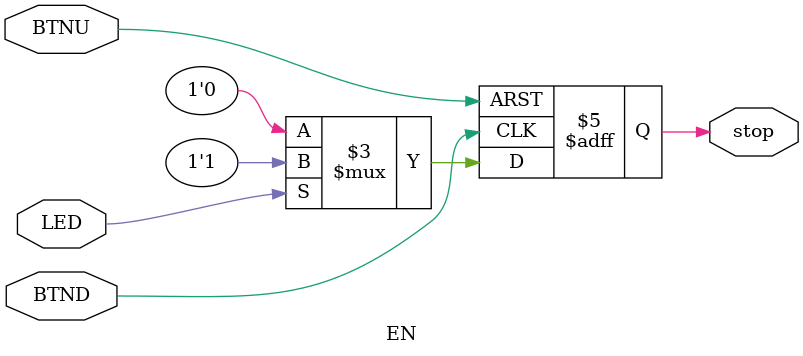
<source format=v>
module EN(
    BTND,
    BTNU,
    LED,
    stop
    );
input BTND;
input BTNU;
input LED;
output stop;

reg stop;

always @(posedge BTNU or posedge BTND)
begin
    if (BTNU)
        stop <= 0;
    else if (LED)
        stop <= 1;
    else
        stop <= 0;
end
endmodule

</source>
